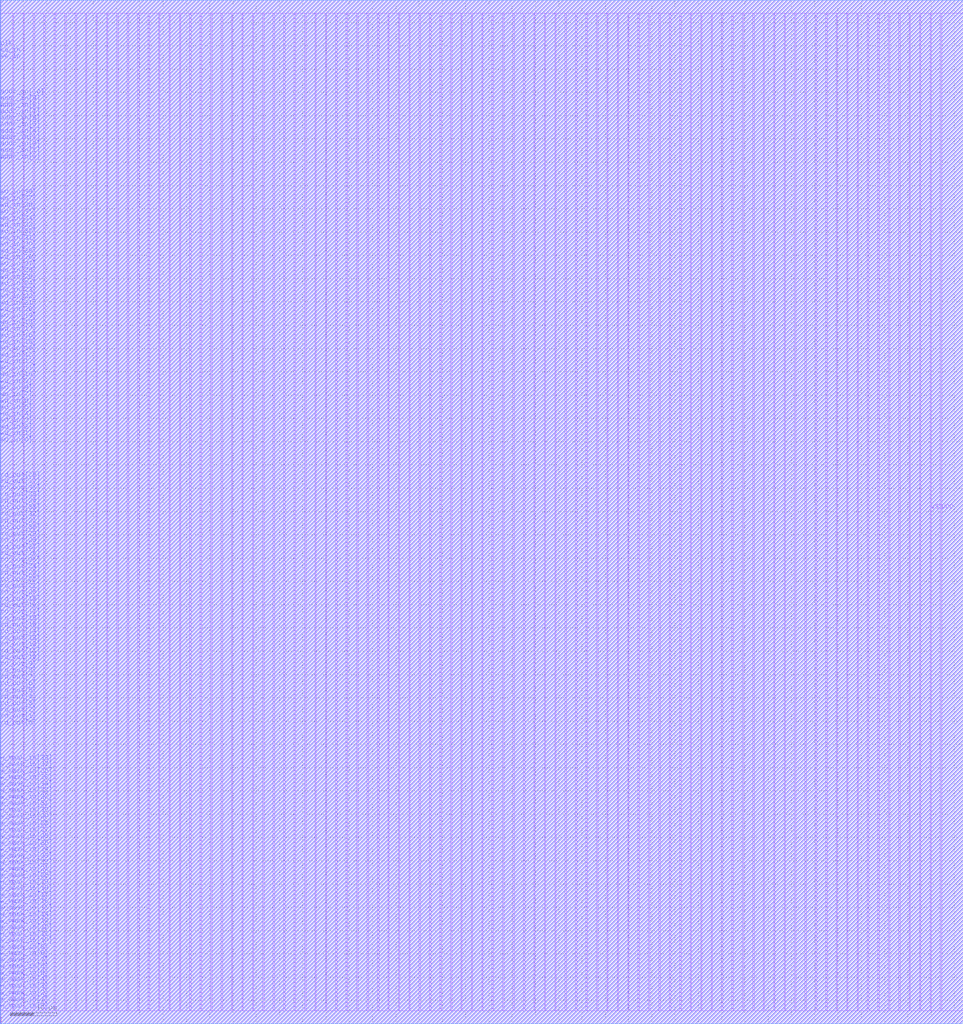
<source format=lef>
VERSION 5.7 ;
BUSBITCHARS "[]" ;
MACRO fakeram45_2048x39_upper
  FOREIGN fakeram45_2048x39_upper 0 0 ;
  SYMMETRY X Y R90 ;
  SIZE 0.19 BY 1.4 ;
  CLASS BLOCK ;
  PIN w_mask_in[0]
    DIRECTION INPUT ;
    USE SIGNAL ;
    SHAPE ABUTMENT ;
    PORT
      LAYER metal18 ;
      RECT 0.000 2.800 0.070 2.870 ;
    END
  END w_mask_in[0]
  PIN w_mask_in[1]
    DIRECTION INPUT ;
    USE SIGNAL ;
    SHAPE ABUTMENT ;
    PORT
      LAYER metal18 ;
      RECT 0.000 4.200 0.070 4.270 ;
    END
  END w_mask_in[1]
  PIN w_mask_in[2]
    DIRECTION INPUT ;
    USE SIGNAL ;
    SHAPE ABUTMENT ;
    PORT
      LAYER metal18 ;
      RECT 0.000 5.600 0.070 5.670 ;
    END
  END w_mask_in[2]
  PIN w_mask_in[3]
    DIRECTION INPUT ;
    USE SIGNAL ;
    SHAPE ABUTMENT ;
    PORT
      LAYER metal18 ;
      RECT 0.000 7.000 0.070 7.070 ;
    END
  END w_mask_in[3]
  PIN w_mask_in[4]
    DIRECTION INPUT ;
    USE SIGNAL ;
    SHAPE ABUTMENT ;
    PORT
      LAYER metal18 ;
      RECT 0.000 8.400 0.070 8.470 ;
    END
  END w_mask_in[4]
  PIN w_mask_in[5]
    DIRECTION INPUT ;
    USE SIGNAL ;
    SHAPE ABUTMENT ;
    PORT
      LAYER metal18 ;
      RECT 0.000 9.800 0.070 9.870 ;
    END
  END w_mask_in[5]
  PIN w_mask_in[6]
    DIRECTION INPUT ;
    USE SIGNAL ;
    SHAPE ABUTMENT ;
    PORT
      LAYER metal18 ;
      RECT 0.000 11.200 0.070 11.270 ;
    END
  END w_mask_in[6]
  PIN w_mask_in[7]
    DIRECTION INPUT ;
    USE SIGNAL ;
    SHAPE ABUTMENT ;
    PORT
      LAYER metal18 ;
      RECT 0.000 12.600 0.070 12.670 ;
    END
  END w_mask_in[7]
  PIN w_mask_in[8]
    DIRECTION INPUT ;
    USE SIGNAL ;
    SHAPE ABUTMENT ;
    PORT
      LAYER metal18 ;
      RECT 0.000 14.000 0.070 14.070 ;
    END
  END w_mask_in[8]
  PIN w_mask_in[9]
    DIRECTION INPUT ;
    USE SIGNAL ;
    SHAPE ABUTMENT ;
    PORT
      LAYER metal18 ;
      RECT 0.000 15.400 0.070 15.470 ;
    END
  END w_mask_in[9]
  PIN w_mask_in[10]
    DIRECTION INPUT ;
    USE SIGNAL ;
    SHAPE ABUTMENT ;
    PORT
      LAYER metal18 ;
      RECT 0.000 16.800 0.070 16.870 ;
    END
  END w_mask_in[10]
  PIN w_mask_in[11]
    DIRECTION INPUT ;
    USE SIGNAL ;
    SHAPE ABUTMENT ;
    PORT
      LAYER metal18 ;
      RECT 0.000 18.200 0.070 18.270 ;
    END
  END w_mask_in[11]
  PIN w_mask_in[12]
    DIRECTION INPUT ;
    USE SIGNAL ;
    SHAPE ABUTMENT ;
    PORT
      LAYER metal18 ;
      RECT 0.000 19.600 0.070 19.670 ;
    END
  END w_mask_in[12]
  PIN w_mask_in[13]
    DIRECTION INPUT ;
    USE SIGNAL ;
    SHAPE ABUTMENT ;
    PORT
      LAYER metal18 ;
      RECT 0.000 21.000 0.070 21.070 ;
    END
  END w_mask_in[13]
  PIN w_mask_in[14]
    DIRECTION INPUT ;
    USE SIGNAL ;
    SHAPE ABUTMENT ;
    PORT
      LAYER metal18 ;
      RECT 0.000 22.400 0.070 22.470 ;
    END
  END w_mask_in[14]
  PIN w_mask_in[15]
    DIRECTION INPUT ;
    USE SIGNAL ;
    SHAPE ABUTMENT ;
    PORT
      LAYER metal18 ;
      RECT 0.000 23.800 0.070 23.870 ;
    END
  END w_mask_in[15]
  PIN w_mask_in[16]
    DIRECTION INPUT ;
    USE SIGNAL ;
    SHAPE ABUTMENT ;
    PORT
      LAYER metal18 ;
      RECT 0.000 25.200 0.070 25.270 ;
    END
  END w_mask_in[16]
  PIN w_mask_in[17]
    DIRECTION INPUT ;
    USE SIGNAL ;
    SHAPE ABUTMENT ;
    PORT
      LAYER metal18 ;
      RECT 0.000 26.600 0.070 26.670 ;
    END
  END w_mask_in[17]
  PIN w_mask_in[18]
    DIRECTION INPUT ;
    USE SIGNAL ;
    SHAPE ABUTMENT ;
    PORT
      LAYER metal18 ;
      RECT 0.000 28.000 0.070 28.070 ;
    END
  END w_mask_in[18]
  PIN w_mask_in[19]
    DIRECTION INPUT ;
    USE SIGNAL ;
    SHAPE ABUTMENT ;
    PORT
      LAYER metal18 ;
      RECT 0.000 29.400 0.070 29.470 ;
    END
  END w_mask_in[19]
  PIN w_mask_in[20]
    DIRECTION INPUT ;
    USE SIGNAL ;
    SHAPE ABUTMENT ;
    PORT
      LAYER metal18 ;
      RECT 0.000 30.800 0.070 30.870 ;
    END
  END w_mask_in[20]
  PIN w_mask_in[21]
    DIRECTION INPUT ;
    USE SIGNAL ;
    SHAPE ABUTMENT ;
    PORT
      LAYER metal18 ;
      RECT 0.000 32.200 0.070 32.270 ;
    END
  END w_mask_in[21]
  PIN w_mask_in[22]
    DIRECTION INPUT ;
    USE SIGNAL ;
    SHAPE ABUTMENT ;
    PORT
      LAYER metal18 ;
      RECT 0.000 33.600 0.070 33.670 ;
    END
  END w_mask_in[22]
  PIN w_mask_in[23]
    DIRECTION INPUT ;
    USE SIGNAL ;
    SHAPE ABUTMENT ;
    PORT
      LAYER metal18 ;
      RECT 0.000 35.000 0.070 35.070 ;
    END
  END w_mask_in[23]
  PIN w_mask_in[24]
    DIRECTION INPUT ;
    USE SIGNAL ;
    SHAPE ABUTMENT ;
    PORT
      LAYER metal18 ;
      RECT 0.000 36.400 0.070 36.470 ;
    END
  END w_mask_in[24]
  PIN w_mask_in[25]
    DIRECTION INPUT ;
    USE SIGNAL ;
    SHAPE ABUTMENT ;
    PORT
      LAYER metal18 ;
      RECT 0.000 37.800 0.070 37.870 ;
    END
  END w_mask_in[25]
  PIN w_mask_in[26]
    DIRECTION INPUT ;
    USE SIGNAL ;
    SHAPE ABUTMENT ;
    PORT
      LAYER metal18 ;
      RECT 0.000 39.200 0.070 39.270 ;
    END
  END w_mask_in[26]
  PIN w_mask_in[27]
    DIRECTION INPUT ;
    USE SIGNAL ;
    SHAPE ABUTMENT ;
    PORT
      LAYER metal18 ;
      RECT 0.000 40.600 0.070 40.670 ;
    END
  END w_mask_in[27]
  PIN w_mask_in[28]
    DIRECTION INPUT ;
    USE SIGNAL ;
    SHAPE ABUTMENT ;
    PORT
      LAYER metal18 ;
      RECT 0.000 42.000 0.070 42.070 ;
    END
  END w_mask_in[28]
  PIN w_mask_in[29]
    DIRECTION INPUT ;
    USE SIGNAL ;
    SHAPE ABUTMENT ;
    PORT
      LAYER metal18 ;
      RECT 0.000 43.400 0.070 43.470 ;
    END
  END w_mask_in[29]
  PIN w_mask_in[30]
    DIRECTION INPUT ;
    USE SIGNAL ;
    SHAPE ABUTMENT ;
    PORT
      LAYER metal18 ;
      RECT 0.000 44.800 0.070 44.870 ;
    END
  END w_mask_in[30]
  PIN w_mask_in[31]
    DIRECTION INPUT ;
    USE SIGNAL ;
    SHAPE ABUTMENT ;
    PORT
      LAYER metal18 ;
      RECT 0.000 46.200 0.070 46.270 ;
    END
  END w_mask_in[31]
  PIN w_mask_in[32]
    DIRECTION INPUT ;
    USE SIGNAL ;
    SHAPE ABUTMENT ;
    PORT
      LAYER metal18 ;
      RECT 0.000 47.600 0.070 47.670 ;
    END
  END w_mask_in[32]
  PIN w_mask_in[33]
    DIRECTION INPUT ;
    USE SIGNAL ;
    SHAPE ABUTMENT ;
    PORT
      LAYER metal18 ;
      RECT 0.000 49.000 0.070 49.070 ;
    END
  END w_mask_in[33]
  PIN w_mask_in[34]
    DIRECTION INPUT ;
    USE SIGNAL ;
    SHAPE ABUTMENT ;
    PORT
      LAYER metal18 ;
      RECT 0.000 50.400 0.070 50.470 ;
    END
  END w_mask_in[34]
  PIN w_mask_in[35]
    DIRECTION INPUT ;
    USE SIGNAL ;
    SHAPE ABUTMENT ;
    PORT
      LAYER metal18 ;
      RECT 0.000 51.800 0.070 51.870 ;
    END
  END w_mask_in[35]
  PIN w_mask_in[36]
    DIRECTION INPUT ;
    USE SIGNAL ;
    SHAPE ABUTMENT ;
    PORT
      LAYER metal18 ;
      RECT 0.000 53.200 0.070 53.270 ;
    END
  END w_mask_in[36]
  PIN w_mask_in[37]
    DIRECTION INPUT ;
    USE SIGNAL ;
    SHAPE ABUTMENT ;
    PORT
      LAYER metal18 ;
      RECT 0.000 54.600 0.070 54.670 ;
    END
  END w_mask_in[37]
  PIN w_mask_in[38]
    DIRECTION INPUT ;
    USE SIGNAL ;
    SHAPE ABUTMENT ;
    PORT
      LAYER metal18 ;
      RECT 0.000 56.000 0.070 56.070 ;
    END
  END w_mask_in[38]
  PIN rd_out[0]
    DIRECTION OUTPUT ;
    USE SIGNAL ;
    SHAPE ABUTMENT ;
    PORT
      LAYER metal18 ;
      RECT 0.000 63.560 0.070 63.630 ;
    END
  END rd_out[0]
  PIN rd_out[1]
    DIRECTION OUTPUT ;
    USE SIGNAL ;
    SHAPE ABUTMENT ;
    PORT
      LAYER metal18 ;
      RECT 0.000 64.960 0.070 65.030 ;
    END
  END rd_out[1]
  PIN rd_out[2]
    DIRECTION OUTPUT ;
    USE SIGNAL ;
    SHAPE ABUTMENT ;
    PORT
      LAYER metal18 ;
      RECT 0.000 66.360 0.070 66.430 ;
    END
  END rd_out[2]
  PIN rd_out[3]
    DIRECTION OUTPUT ;
    USE SIGNAL ;
    SHAPE ABUTMENT ;
    PORT
      LAYER metal18 ;
      RECT 0.000 67.760 0.070 67.830 ;
    END
  END rd_out[3]
  PIN rd_out[4]
    DIRECTION OUTPUT ;
    USE SIGNAL ;
    SHAPE ABUTMENT ;
    PORT
      LAYER metal18 ;
      RECT 0.000 69.160 0.070 69.230 ;
    END
  END rd_out[4]
  PIN rd_out[5]
    DIRECTION OUTPUT ;
    USE SIGNAL ;
    SHAPE ABUTMENT ;
    PORT
      LAYER metal18 ;
      RECT 0.000 70.560 0.070 70.630 ;
    END
  END rd_out[5]
  PIN rd_out[6]
    DIRECTION OUTPUT ;
    USE SIGNAL ;
    SHAPE ABUTMENT ;
    PORT
      LAYER metal18 ;
      RECT 0.000 71.960 0.070 72.030 ;
    END
  END rd_out[6]
  PIN rd_out[7]
    DIRECTION OUTPUT ;
    USE SIGNAL ;
    SHAPE ABUTMENT ;
    PORT
      LAYER metal18 ;
      RECT 0.000 73.360 0.070 73.430 ;
    END
  END rd_out[7]
  PIN rd_out[8]
    DIRECTION OUTPUT ;
    USE SIGNAL ;
    SHAPE ABUTMENT ;
    PORT
      LAYER metal18 ;
      RECT 0.000 74.760 0.070 74.830 ;
    END
  END rd_out[8]
  PIN rd_out[9]
    DIRECTION OUTPUT ;
    USE SIGNAL ;
    SHAPE ABUTMENT ;
    PORT
      LAYER metal18 ;
      RECT 0.000 76.160 0.070 76.230 ;
    END
  END rd_out[9]
  PIN rd_out[10]
    DIRECTION OUTPUT ;
    USE SIGNAL ;
    SHAPE ABUTMENT ;
    PORT
      LAYER metal18 ;
      RECT 0.000 77.560 0.070 77.630 ;
    END
  END rd_out[10]
  PIN rd_out[11]
    DIRECTION OUTPUT ;
    USE SIGNAL ;
    SHAPE ABUTMENT ;
    PORT
      LAYER metal18 ;
      RECT 0.000 78.960 0.070 79.030 ;
    END
  END rd_out[11]
  PIN rd_out[12]
    DIRECTION OUTPUT ;
    USE SIGNAL ;
    SHAPE ABUTMENT ;
    PORT
      LAYER metal18 ;
      RECT 0.000 80.360 0.070 80.430 ;
    END
  END rd_out[12]
  PIN rd_out[13]
    DIRECTION OUTPUT ;
    USE SIGNAL ;
    SHAPE ABUTMENT ;
    PORT
      LAYER metal18 ;
      RECT 0.000 81.760 0.070 81.830 ;
    END
  END rd_out[13]
  PIN rd_out[14]
    DIRECTION OUTPUT ;
    USE SIGNAL ;
    SHAPE ABUTMENT ;
    PORT
      LAYER metal18 ;
      RECT 0.000 83.160 0.070 83.230 ;
    END
  END rd_out[14]
  PIN rd_out[15]
    DIRECTION OUTPUT ;
    USE SIGNAL ;
    SHAPE ABUTMENT ;
    PORT
      LAYER metal18 ;
      RECT 0.000 84.560 0.070 84.630 ;
    END
  END rd_out[15]
  PIN rd_out[16]
    DIRECTION OUTPUT ;
    USE SIGNAL ;
    SHAPE ABUTMENT ;
    PORT
      LAYER metal18 ;
      RECT 0.000 85.960 0.070 86.030 ;
    END
  END rd_out[16]
  PIN rd_out[17]
    DIRECTION OUTPUT ;
    USE SIGNAL ;
    SHAPE ABUTMENT ;
    PORT
      LAYER metal18 ;
      RECT 0.000 87.360 0.070 87.430 ;
    END
  END rd_out[17]
  PIN rd_out[18]
    DIRECTION OUTPUT ;
    USE SIGNAL ;
    SHAPE ABUTMENT ;
    PORT
      LAYER metal18 ;
      RECT 0.000 88.760 0.070 88.830 ;
    END
  END rd_out[18]
  PIN rd_out[19]
    DIRECTION OUTPUT ;
    USE SIGNAL ;
    SHAPE ABUTMENT ;
    PORT
      LAYER metal18 ;
      RECT 0.000 90.160 0.070 90.230 ;
    END
  END rd_out[19]
  PIN rd_out[20]
    DIRECTION OUTPUT ;
    USE SIGNAL ;
    SHAPE ABUTMENT ;
    PORT
      LAYER metal18 ;
      RECT 0.000 91.560 0.070 91.630 ;
    END
  END rd_out[20]
  PIN rd_out[21]
    DIRECTION OUTPUT ;
    USE SIGNAL ;
    SHAPE ABUTMENT ;
    PORT
      LAYER metal18 ;
      RECT 0.000 92.960 0.070 93.030 ;
    END
  END rd_out[21]
  PIN rd_out[22]
    DIRECTION OUTPUT ;
    USE SIGNAL ;
    SHAPE ABUTMENT ;
    PORT
      LAYER metal18 ;
      RECT 0.000 94.360 0.070 94.430 ;
    END
  END rd_out[22]
  PIN rd_out[23]
    DIRECTION OUTPUT ;
    USE SIGNAL ;
    SHAPE ABUTMENT ;
    PORT
      LAYER metal18 ;
      RECT 0.000 95.760 0.070 95.830 ;
    END
  END rd_out[23]
  PIN rd_out[24]
    DIRECTION OUTPUT ;
    USE SIGNAL ;
    SHAPE ABUTMENT ;
    PORT
      LAYER metal18 ;
      RECT 0.000 97.160 0.070 97.230 ;
    END
  END rd_out[24]
  PIN rd_out[25]
    DIRECTION OUTPUT ;
    USE SIGNAL ;
    SHAPE ABUTMENT ;
    PORT
      LAYER metal18 ;
      RECT 0.000 98.560 0.070 98.630 ;
    END
  END rd_out[25]
  PIN rd_out[26]
    DIRECTION OUTPUT ;
    USE SIGNAL ;
    SHAPE ABUTMENT ;
    PORT
      LAYER metal18 ;
      RECT 0.000 99.960 0.070 100.030 ;
    END
  END rd_out[26]
  PIN rd_out[27]
    DIRECTION OUTPUT ;
    USE SIGNAL ;
    SHAPE ABUTMENT ;
    PORT
      LAYER metal18 ;
      RECT 0.000 101.360 0.070 101.430 ;
    END
  END rd_out[27]
  PIN rd_out[28]
    DIRECTION OUTPUT ;
    USE SIGNAL ;
    SHAPE ABUTMENT ;
    PORT
      LAYER metal18 ;
      RECT 0.000 102.760 0.070 102.830 ;
    END
  END rd_out[28]
  PIN rd_out[29]
    DIRECTION OUTPUT ;
    USE SIGNAL ;
    SHAPE ABUTMENT ;
    PORT
      LAYER metal18 ;
      RECT 0.000 104.160 0.070 104.230 ;
    END
  END rd_out[29]
  PIN rd_out[30]
    DIRECTION OUTPUT ;
    USE SIGNAL ;
    SHAPE ABUTMENT ;
    PORT
      LAYER metal18 ;
      RECT 0.000 105.560 0.070 105.630 ;
    END
  END rd_out[30]
  PIN rd_out[31]
    DIRECTION OUTPUT ;
    USE SIGNAL ;
    SHAPE ABUTMENT ;
    PORT
      LAYER metal18 ;
      RECT 0.000 106.960 0.070 107.030 ;
    END
  END rd_out[31]
  PIN rd_out[32]
    DIRECTION OUTPUT ;
    USE SIGNAL ;
    SHAPE ABUTMENT ;
    PORT
      LAYER metal18 ;
      RECT 0.000 108.360 0.070 108.430 ;
    END
  END rd_out[32]
  PIN rd_out[33]
    DIRECTION OUTPUT ;
    USE SIGNAL ;
    SHAPE ABUTMENT ;
    PORT
      LAYER metal18 ;
      RECT 0.000 109.760 0.070 109.830 ;
    END
  END rd_out[33]
  PIN rd_out[34]
    DIRECTION OUTPUT ;
    USE SIGNAL ;
    SHAPE ABUTMENT ;
    PORT
      LAYER metal18 ;
      RECT 0.000 111.160 0.070 111.230 ;
    END
  END rd_out[34]
  PIN rd_out[35]
    DIRECTION OUTPUT ;
    USE SIGNAL ;
    SHAPE ABUTMENT ;
    PORT
      LAYER metal18 ;
      RECT 0.000 112.560 0.070 112.630 ;
    END
  END rd_out[35]
  PIN rd_out[36]
    DIRECTION OUTPUT ;
    USE SIGNAL ;
    SHAPE ABUTMENT ;
    PORT
      LAYER metal18 ;
      RECT 0.000 113.960 0.070 114.030 ;
    END
  END rd_out[36]
  PIN rd_out[37]
    DIRECTION OUTPUT ;
    USE SIGNAL ;
    SHAPE ABUTMENT ;
    PORT
      LAYER metal18 ;
      RECT 0.000 115.360 0.070 115.430 ;
    END
  END rd_out[37]
  PIN rd_out[38]
    DIRECTION OUTPUT ;
    USE SIGNAL ;
    SHAPE ABUTMENT ;
    PORT
      LAYER metal18 ;
      RECT 0.000 116.760 0.070 116.830 ;
    END
  END rd_out[38]
  PIN wd_in[0]
    DIRECTION INPUT ;
    USE SIGNAL ;
    SHAPE ABUTMENT ;
    PORT
      LAYER metal18 ;
      RECT 0.000 124.320 0.070 124.390 ;
    END
  END wd_in[0]
  PIN wd_in[1]
    DIRECTION INPUT ;
    USE SIGNAL ;
    SHAPE ABUTMENT ;
    PORT
      LAYER metal18 ;
      RECT 0.000 125.720 0.070 125.790 ;
    END
  END wd_in[1]
  PIN wd_in[2]
    DIRECTION INPUT ;
    USE SIGNAL ;
    SHAPE ABUTMENT ;
    PORT
      LAYER metal18 ;
      RECT 0.000 127.120 0.070 127.190 ;
    END
  END wd_in[2]
  PIN wd_in[3]
    DIRECTION INPUT ;
    USE SIGNAL ;
    SHAPE ABUTMENT ;
    PORT
      LAYER metal18 ;
      RECT 0.000 128.520 0.070 128.590 ;
    END
  END wd_in[3]
  PIN wd_in[4]
    DIRECTION INPUT ;
    USE SIGNAL ;
    SHAPE ABUTMENT ;
    PORT
      LAYER metal18 ;
      RECT 0.000 129.920 0.070 129.990 ;
    END
  END wd_in[4]
  PIN wd_in[5]
    DIRECTION INPUT ;
    USE SIGNAL ;
    SHAPE ABUTMENT ;
    PORT
      LAYER metal18 ;
      RECT 0.000 131.320 0.070 131.390 ;
    END
  END wd_in[5]
  PIN wd_in[6]
    DIRECTION INPUT ;
    USE SIGNAL ;
    SHAPE ABUTMENT ;
    PORT
      LAYER metal18 ;
      RECT 0.000 132.720 0.070 132.790 ;
    END
  END wd_in[6]
  PIN wd_in[7]
    DIRECTION INPUT ;
    USE SIGNAL ;
    SHAPE ABUTMENT ;
    PORT
      LAYER metal18 ;
      RECT 0.000 134.120 0.070 134.190 ;
    END
  END wd_in[7]
  PIN wd_in[8]
    DIRECTION INPUT ;
    USE SIGNAL ;
    SHAPE ABUTMENT ;
    PORT
      LAYER metal18 ;
      RECT 0.000 135.520 0.070 135.590 ;
    END
  END wd_in[8]
  PIN wd_in[9]
    DIRECTION INPUT ;
    USE SIGNAL ;
    SHAPE ABUTMENT ;
    PORT
      LAYER metal18 ;
      RECT 0.000 136.920 0.070 136.990 ;
    END
  END wd_in[9]
  PIN wd_in[10]
    DIRECTION INPUT ;
    USE SIGNAL ;
    SHAPE ABUTMENT ;
    PORT
      LAYER metal18 ;
      RECT 0.000 138.320 0.070 138.390 ;
    END
  END wd_in[10]
  PIN wd_in[11]
    DIRECTION INPUT ;
    USE SIGNAL ;
    SHAPE ABUTMENT ;
    PORT
      LAYER metal18 ;
      RECT 0.000 139.720 0.070 139.790 ;
    END
  END wd_in[11]
  PIN wd_in[12]
    DIRECTION INPUT ;
    USE SIGNAL ;
    SHAPE ABUTMENT ;
    PORT
      LAYER metal18 ;
      RECT 0.000 141.120 0.070 141.190 ;
    END
  END wd_in[12]
  PIN wd_in[13]
    DIRECTION INPUT ;
    USE SIGNAL ;
    SHAPE ABUTMENT ;
    PORT
      LAYER metal18 ;
      RECT 0.000 142.520 0.070 142.590 ;
    END
  END wd_in[13]
  PIN wd_in[14]
    DIRECTION INPUT ;
    USE SIGNAL ;
    SHAPE ABUTMENT ;
    PORT
      LAYER metal18 ;
      RECT 0.000 143.920 0.070 143.990 ;
    END
  END wd_in[14]
  PIN wd_in[15]
    DIRECTION INPUT ;
    USE SIGNAL ;
    SHAPE ABUTMENT ;
    PORT
      LAYER metal18 ;
      RECT 0.000 145.320 0.070 145.390 ;
    END
  END wd_in[15]
  PIN wd_in[16]
    DIRECTION INPUT ;
    USE SIGNAL ;
    SHAPE ABUTMENT ;
    PORT
      LAYER metal18 ;
      RECT 0.000 146.720 0.070 146.790 ;
    END
  END wd_in[16]
  PIN wd_in[17]
    DIRECTION INPUT ;
    USE SIGNAL ;
    SHAPE ABUTMENT ;
    PORT
      LAYER metal18 ;
      RECT 0.000 148.120 0.070 148.190 ;
    END
  END wd_in[17]
  PIN wd_in[18]
    DIRECTION INPUT ;
    USE SIGNAL ;
    SHAPE ABUTMENT ;
    PORT
      LAYER metal18 ;
      RECT 0.000 149.520 0.070 149.590 ;
    END
  END wd_in[18]
  PIN wd_in[19]
    DIRECTION INPUT ;
    USE SIGNAL ;
    SHAPE ABUTMENT ;
    PORT
      LAYER metal18 ;
      RECT 0.000 150.920 0.070 150.990 ;
    END
  END wd_in[19]
  PIN wd_in[20]
    DIRECTION INPUT ;
    USE SIGNAL ;
    SHAPE ABUTMENT ;
    PORT
      LAYER metal18 ;
      RECT 0.000 152.320 0.070 152.390 ;
    END
  END wd_in[20]
  PIN wd_in[21]
    DIRECTION INPUT ;
    USE SIGNAL ;
    SHAPE ABUTMENT ;
    PORT
      LAYER metal18 ;
      RECT 0.000 153.720 0.070 153.790 ;
    END
  END wd_in[21]
  PIN wd_in[22]
    DIRECTION INPUT ;
    USE SIGNAL ;
    SHAPE ABUTMENT ;
    PORT
      LAYER metal18 ;
      RECT 0.000 155.120 0.070 155.190 ;
    END
  END wd_in[22]
  PIN wd_in[23]
    DIRECTION INPUT ;
    USE SIGNAL ;
    SHAPE ABUTMENT ;
    PORT
      LAYER metal18 ;
      RECT 0.000 156.520 0.070 156.590 ;
    END
  END wd_in[23]
  PIN wd_in[24]
    DIRECTION INPUT ;
    USE SIGNAL ;
    SHAPE ABUTMENT ;
    PORT
      LAYER metal18 ;
      RECT 0.000 157.920 0.070 157.990 ;
    END
  END wd_in[24]
  PIN wd_in[25]
    DIRECTION INPUT ;
    USE SIGNAL ;
    SHAPE ABUTMENT ;
    PORT
      LAYER metal18 ;
      RECT 0.000 159.320 0.070 159.390 ;
    END
  END wd_in[25]
  PIN wd_in[26]
    DIRECTION INPUT ;
    USE SIGNAL ;
    SHAPE ABUTMENT ;
    PORT
      LAYER metal18 ;
      RECT 0.000 160.720 0.070 160.790 ;
    END
  END wd_in[26]
  PIN wd_in[27]
    DIRECTION INPUT ;
    USE SIGNAL ;
    SHAPE ABUTMENT ;
    PORT
      LAYER metal18 ;
      RECT 0.000 162.120 0.070 162.190 ;
    END
  END wd_in[27]
  PIN wd_in[28]
    DIRECTION INPUT ;
    USE SIGNAL ;
    SHAPE ABUTMENT ;
    PORT
      LAYER metal18 ;
      RECT 0.000 163.520 0.070 163.590 ;
    END
  END wd_in[28]
  PIN wd_in[29]
    DIRECTION INPUT ;
    USE SIGNAL ;
    SHAPE ABUTMENT ;
    PORT
      LAYER metal18 ;
      RECT 0.000 164.920 0.070 164.990 ;
    END
  END wd_in[29]
  PIN wd_in[30]
    DIRECTION INPUT ;
    USE SIGNAL ;
    SHAPE ABUTMENT ;
    PORT
      LAYER metal18 ;
      RECT 0.000 166.320 0.070 166.390 ;
    END
  END wd_in[30]
  PIN wd_in[31]
    DIRECTION INPUT ;
    USE SIGNAL ;
    SHAPE ABUTMENT ;
    PORT
      LAYER metal18 ;
      RECT 0.000 167.720 0.070 167.790 ;
    END
  END wd_in[31]
  PIN wd_in[32]
    DIRECTION INPUT ;
    USE SIGNAL ;
    SHAPE ABUTMENT ;
    PORT
      LAYER metal18 ;
      RECT 0.000 169.120 0.070 169.190 ;
    END
  END wd_in[32]
  PIN wd_in[33]
    DIRECTION INPUT ;
    USE SIGNAL ;
    SHAPE ABUTMENT ;
    PORT
      LAYER metal18 ;
      RECT 0.000 170.520 0.070 170.590 ;
    END
  END wd_in[33]
  PIN wd_in[34]
    DIRECTION INPUT ;
    USE SIGNAL ;
    SHAPE ABUTMENT ;
    PORT
      LAYER metal18 ;
      RECT 0.000 171.920 0.070 171.990 ;
    END
  END wd_in[34]
  PIN wd_in[35]
    DIRECTION INPUT ;
    USE SIGNAL ;
    SHAPE ABUTMENT ;
    PORT
      LAYER metal18 ;
      RECT 0.000 173.320 0.070 173.390 ;
    END
  END wd_in[35]
  PIN wd_in[36]
    DIRECTION INPUT ;
    USE SIGNAL ;
    SHAPE ABUTMENT ;
    PORT
      LAYER metal18 ;
      RECT 0.000 174.720 0.070 174.790 ;
    END
  END wd_in[36]
  PIN wd_in[37]
    DIRECTION INPUT ;
    USE SIGNAL ;
    SHAPE ABUTMENT ;
    PORT
      LAYER metal18 ;
      RECT 0.000 176.120 0.070 176.190 ;
    END
  END wd_in[37]
  PIN wd_in[38]
    DIRECTION INPUT ;
    USE SIGNAL ;
    SHAPE ABUTMENT ;
    PORT
      LAYER metal18 ;
      RECT 0.000 177.520 0.070 177.590 ;
    END
  END wd_in[38]
  PIN addr_in[0]
    DIRECTION INPUT ;
    USE SIGNAL ;
    SHAPE ABUTMENT ;
    PORT
      LAYER metal18 ;
      RECT 0.000 185.080 0.070 185.150 ;
    END
  END addr_in[0]
  PIN addr_in[1]
    DIRECTION INPUT ;
    USE SIGNAL ;
    SHAPE ABUTMENT ;
    PORT
      LAYER metal18 ;
      RECT 0.000 186.480 0.070 186.550 ;
    END
  END addr_in[1]
  PIN addr_in[2]
    DIRECTION INPUT ;
    USE SIGNAL ;
    SHAPE ABUTMENT ;
    PORT
      LAYER metal18 ;
      RECT 0.000 187.880 0.070 187.950 ;
    END
  END addr_in[2]
  PIN addr_in[3]
    DIRECTION INPUT ;
    USE SIGNAL ;
    SHAPE ABUTMENT ;
    PORT
      LAYER metal18 ;
      RECT 0.000 189.280 0.070 189.350 ;
    END
  END addr_in[3]
  PIN addr_in[4]
    DIRECTION INPUT ;
    USE SIGNAL ;
    SHAPE ABUTMENT ;
    PORT
      LAYER metal18 ;
      RECT 0.000 190.680 0.070 190.750 ;
    END
  END addr_in[4]
  PIN addr_in[5]
    DIRECTION INPUT ;
    USE SIGNAL ;
    SHAPE ABUTMENT ;
    PORT
      LAYER metal18 ;
      RECT 0.000 192.080 0.070 192.150 ;
    END
  END addr_in[5]
  PIN addr_in[6]
    DIRECTION INPUT ;
    USE SIGNAL ;
    SHAPE ABUTMENT ;
    PORT
      LAYER metal18 ;
      RECT 0.000 193.480 0.070 193.550 ;
    END
  END addr_in[6]
  PIN addr_in[7]
    DIRECTION INPUT ;
    USE SIGNAL ;
    SHAPE ABUTMENT ;
    PORT
      LAYER metal18 ;
      RECT 0.000 194.880 0.070 194.950 ;
    END
  END addr_in[7]
  PIN addr_in[8]
    DIRECTION INPUT ;
    USE SIGNAL ;
    SHAPE ABUTMENT ;
    PORT
      LAYER metal18 ;
      RECT 0.000 196.280 0.070 196.350 ;
    END
  END addr_in[8]
  PIN addr_in[9]
    DIRECTION INPUT ;
    USE SIGNAL ;
    SHAPE ABUTMENT ;
    PORT
      LAYER metal18 ;
      RECT 0.000 197.680 0.070 197.750 ;
    END
  END addr_in[9]
  PIN addr_in[10]
    DIRECTION INPUT ;
    USE SIGNAL ;
    SHAPE ABUTMENT ;
    PORT
      LAYER metal18 ;
      RECT 0.000 199.080 0.070 199.150 ;
    END
  END addr_in[10]
  PIN we_in
    DIRECTION INPUT ;
    USE SIGNAL ;
    SHAPE ABUTMENT ;
    PORT
      LAYER metal18 ;
      RECT 0.000 206.640 0.070 206.710 ;
    END
  END we_in
  PIN ce_in
    DIRECTION INPUT ;
    USE SIGNAL ;
    SHAPE ABUTMENT ;
    PORT
      LAYER metal18 ;
      RECT 0.000 208.040 0.070 208.110 ;
    END
  END ce_in
  PIN clk
    DIRECTION INPUT ;
    USE SIGNAL ;
    SHAPE ABUTMENT ;
    PORT
      LAYER metal18 ;
      RECT 0.000 209.440 0.070 209.510 ;
    END
  END clk
  PIN VSS
    DIRECTION INOUT ;
    USE GROUND ;
    PORT
      LAYER metal17 ;
      RECT 2.660 2.800 2.940 217.000 ;
      RECT 7.140 2.800 7.420 217.000 ;
      RECT 11.620 2.800 11.900 217.000 ;
      RECT 16.100 2.800 16.380 217.000 ;
      RECT 20.580 2.800 20.860 217.000 ;
      RECT 25.060 2.800 25.340 217.000 ;
      RECT 29.540 2.800 29.820 217.000 ;
      RECT 34.020 2.800 34.300 217.000 ;
      RECT 38.500 2.800 38.780 217.000 ;
      RECT 42.980 2.800 43.260 217.000 ;
      RECT 47.460 2.800 47.740 217.000 ;
      RECT 51.940 2.800 52.220 217.000 ;
      RECT 56.420 2.800 56.700 217.000 ;
      RECT 60.900 2.800 61.180 217.000 ;
      RECT 65.380 2.800 65.660 217.000 ;
      RECT 69.860 2.800 70.140 217.000 ;
      RECT 74.340 2.800 74.620 217.000 ;
      RECT 78.820 2.800 79.100 217.000 ;
      RECT 83.300 2.800 83.580 217.000 ;
      RECT 87.780 2.800 88.060 217.000 ;
      RECT 92.260 2.800 92.540 217.000 ;
      RECT 96.740 2.800 97.020 217.000 ;
      RECT 101.220 2.800 101.500 217.000 ;
      RECT 105.700 2.800 105.980 217.000 ;
      RECT 110.180 2.800 110.460 217.000 ;
      RECT 114.660 2.800 114.940 217.000 ;
      RECT 119.140 2.800 119.420 217.000 ;
      RECT 123.620 2.800 123.900 217.000 ;
      RECT 128.100 2.800 128.380 217.000 ;
      RECT 132.580 2.800 132.860 217.000 ;
      RECT 137.060 2.800 137.340 217.000 ;
      RECT 141.540 2.800 141.820 217.000 ;
      RECT 146.020 2.800 146.300 217.000 ;
      RECT 150.500 2.800 150.780 217.000 ;
      RECT 154.980 2.800 155.260 217.000 ;
      RECT 159.460 2.800 159.740 217.000 ;
      RECT 163.940 2.800 164.220 217.000 ;
      RECT 168.420 2.800 168.700 217.000 ;
      RECT 172.900 2.800 173.180 217.000 ;
      RECT 177.380 2.800 177.660 217.000 ;
      RECT 181.860 2.800 182.140 217.000 ;
      RECT 186.340 2.800 186.620 217.000 ;
      RECT 190.820 2.800 191.100 217.000 ;
      RECT 195.300 2.800 195.580 217.000 ;
      RECT 199.780 2.800 200.060 217.000 ;
    END
  END VSS
  PIN VDD
    DIRECTION INOUT ;
    USE POWER ;
    PORT
      LAYER metal17 ;
      RECT 4.900 2.800 5.180 217.000 ;
      RECT 9.380 2.800 9.660 217.000 ;
      RECT 13.860 2.800 14.140 217.000 ;
      RECT 18.340 2.800 18.620 217.000 ;
      RECT 22.820 2.800 23.100 217.000 ;
      RECT 27.300 2.800 27.580 217.000 ;
      RECT 31.780 2.800 32.060 217.000 ;
      RECT 36.260 2.800 36.540 217.000 ;
      RECT 40.740 2.800 41.020 217.000 ;
      RECT 45.220 2.800 45.500 217.000 ;
      RECT 49.700 2.800 49.980 217.000 ;
      RECT 54.180 2.800 54.460 217.000 ;
      RECT 58.660 2.800 58.940 217.000 ;
      RECT 63.140 2.800 63.420 217.000 ;
      RECT 67.620 2.800 67.900 217.000 ;
      RECT 72.100 2.800 72.380 217.000 ;
      RECT 76.580 2.800 76.860 217.000 ;
      RECT 81.060 2.800 81.340 217.000 ;
      RECT 85.540 2.800 85.820 217.000 ;
      RECT 90.020 2.800 90.300 217.000 ;
      RECT 94.500 2.800 94.780 217.000 ;
      RECT 98.980 2.800 99.260 217.000 ;
      RECT 103.460 2.800 103.740 217.000 ;
      RECT 107.940 2.800 108.220 217.000 ;
      RECT 112.420 2.800 112.700 217.000 ;
      RECT 116.900 2.800 117.180 217.000 ;
      RECT 121.380 2.800 121.660 217.000 ;
      RECT 125.860 2.800 126.140 217.000 ;
      RECT 130.340 2.800 130.620 217.000 ;
      RECT 134.820 2.800 135.100 217.000 ;
      RECT 139.300 2.800 139.580 217.000 ;
      RECT 143.780 2.800 144.060 217.000 ;
      RECT 148.260 2.800 148.540 217.000 ;
      RECT 152.740 2.800 153.020 217.000 ;
      RECT 157.220 2.800 157.500 217.000 ;
      RECT 161.700 2.800 161.980 217.000 ;
      RECT 166.180 2.800 166.460 217.000 ;
      RECT 170.660 2.800 170.940 217.000 ;
      RECT 175.140 2.800 175.420 217.000 ;
      RECT 179.620 2.800 179.900 217.000 ;
      RECT 184.100 2.800 184.380 217.000 ;
      RECT 188.580 2.800 188.860 217.000 ;
      RECT 193.060 2.800 193.340 217.000 ;
      RECT 197.540 2.800 197.820 217.000 ;
      RECT 202.020 2.800 202.300 217.000 ;
    END
  END VDD
  OBS
    LAYER metal20 ;
    RECT 0 0 206.910 219.800 ;
    LAYER metal19 ;
    RECT 0 0 206.910 219.800 ;
    LAYER metal18 ;
    RECT 0.070 0 206.910 219.800 ;
    RECT 0 0.000 0.070 2.800 ;
    RECT 0 2.870 0.070 4.200 ;
    RECT 0 4.270 0.070 5.600 ;
    RECT 0 5.670 0.070 7.000 ;
    RECT 0 7.070 0.070 8.400 ;
    RECT 0 8.470 0.070 9.800 ;
    RECT 0 9.870 0.070 11.200 ;
    RECT 0 11.270 0.070 12.600 ;
    RECT 0 12.670 0.070 14.000 ;
    RECT 0 14.070 0.070 15.400 ;
    RECT 0 15.470 0.070 16.800 ;
    RECT 0 16.870 0.070 18.200 ;
    RECT 0 18.270 0.070 19.600 ;
    RECT 0 19.670 0.070 21.000 ;
    RECT 0 21.070 0.070 22.400 ;
    RECT 0 22.470 0.070 23.800 ;
    RECT 0 23.870 0.070 25.200 ;
    RECT 0 25.270 0.070 26.600 ;
    RECT 0 26.670 0.070 28.000 ;
    RECT 0 28.070 0.070 29.400 ;
    RECT 0 29.470 0.070 30.800 ;
    RECT 0 30.870 0.070 32.200 ;
    RECT 0 32.270 0.070 33.600 ;
    RECT 0 33.670 0.070 35.000 ;
    RECT 0 35.070 0.070 36.400 ;
    RECT 0 36.470 0.070 37.800 ;
    RECT 0 37.870 0.070 39.200 ;
    RECT 0 39.270 0.070 40.600 ;
    RECT 0 40.670 0.070 42.000 ;
    RECT 0 42.070 0.070 43.400 ;
    RECT 0 43.470 0.070 44.800 ;
    RECT 0 44.870 0.070 46.200 ;
    RECT 0 46.270 0.070 47.600 ;
    RECT 0 47.670 0.070 49.000 ;
    RECT 0 49.070 0.070 50.400 ;
    RECT 0 50.470 0.070 51.800 ;
    RECT 0 51.870 0.070 53.200 ;
    RECT 0 53.270 0.070 54.600 ;
    RECT 0 54.670 0.070 56.000 ;
    RECT 0 56.070 0.070 63.560 ;
    RECT 0 63.630 0.070 64.960 ;
    RECT 0 65.030 0.070 66.360 ;
    RECT 0 66.430 0.070 67.760 ;
    RECT 0 67.830 0.070 69.160 ;
    RECT 0 69.230 0.070 70.560 ;
    RECT 0 70.630 0.070 71.960 ;
    RECT 0 72.030 0.070 73.360 ;
    RECT 0 73.430 0.070 74.760 ;
    RECT 0 74.830 0.070 76.160 ;
    RECT 0 76.230 0.070 77.560 ;
    RECT 0 77.630 0.070 78.960 ;
    RECT 0 79.030 0.070 80.360 ;
    RECT 0 80.430 0.070 81.760 ;
    RECT 0 81.830 0.070 83.160 ;
    RECT 0 83.230 0.070 84.560 ;
    RECT 0 84.630 0.070 85.960 ;
    RECT 0 86.030 0.070 87.360 ;
    RECT 0 87.430 0.070 88.760 ;
    RECT 0 88.830 0.070 90.160 ;
    RECT 0 90.230 0.070 91.560 ;
    RECT 0 91.630 0.070 92.960 ;
    RECT 0 93.030 0.070 94.360 ;
    RECT 0 94.430 0.070 95.760 ;
    RECT 0 95.830 0.070 97.160 ;
    RECT 0 97.230 0.070 98.560 ;
    RECT 0 98.630 0.070 99.960 ;
    RECT 0 100.030 0.070 101.360 ;
    RECT 0 101.430 0.070 102.760 ;
    RECT 0 102.830 0.070 104.160 ;
    RECT 0 104.230 0.070 105.560 ;
    RECT 0 105.630 0.070 106.960 ;
    RECT 0 107.030 0.070 108.360 ;
    RECT 0 108.430 0.070 109.760 ;
    RECT 0 109.830 0.070 111.160 ;
    RECT 0 111.230 0.070 112.560 ;
    RECT 0 112.630 0.070 113.960 ;
    RECT 0 114.030 0.070 115.360 ;
    RECT 0 115.430 0.070 116.760 ;
    RECT 0 116.830 0.070 124.320 ;
    RECT 0 124.390 0.070 125.720 ;
    RECT 0 125.790 0.070 127.120 ;
    RECT 0 127.190 0.070 128.520 ;
    RECT 0 128.590 0.070 129.920 ;
    RECT 0 129.990 0.070 131.320 ;
    RECT 0 131.390 0.070 132.720 ;
    RECT 0 132.790 0.070 134.120 ;
    RECT 0 134.190 0.070 135.520 ;
    RECT 0 135.590 0.070 136.920 ;
    RECT 0 136.990 0.070 138.320 ;
    RECT 0 138.390 0.070 139.720 ;
    RECT 0 139.790 0.070 141.120 ;
    RECT 0 141.190 0.070 142.520 ;
    RECT 0 142.590 0.070 143.920 ;
    RECT 0 143.990 0.070 145.320 ;
    RECT 0 145.390 0.070 146.720 ;
    RECT 0 146.790 0.070 148.120 ;
    RECT 0 148.190 0.070 149.520 ;
    RECT 0 149.590 0.070 150.920 ;
    RECT 0 150.990 0.070 152.320 ;
    RECT 0 152.390 0.070 153.720 ;
    RECT 0 153.790 0.070 155.120 ;
    RECT 0 155.190 0.070 156.520 ;
    RECT 0 156.590 0.070 157.920 ;
    RECT 0 157.990 0.070 159.320 ;
    RECT 0 159.390 0.070 160.720 ;
    RECT 0 160.790 0.070 162.120 ;
    RECT 0 162.190 0.070 163.520 ;
    RECT 0 163.590 0.070 164.920 ;
    RECT 0 164.990 0.070 166.320 ;
    RECT 0 166.390 0.070 167.720 ;
    RECT 0 167.790 0.070 169.120 ;
    RECT 0 169.190 0.070 170.520 ;
    RECT 0 170.590 0.070 171.920 ;
    RECT 0 171.990 0.070 173.320 ;
    RECT 0 173.390 0.070 174.720 ;
    RECT 0 174.790 0.070 176.120 ;
    RECT 0 176.190 0.070 177.520 ;
    RECT 0 177.590 0.070 185.080 ;
    RECT 0 185.150 0.070 186.480 ;
    RECT 0 186.550 0.070 187.880 ;
    RECT 0 187.950 0.070 189.280 ;
    RECT 0 189.350 0.070 190.680 ;
    RECT 0 190.750 0.070 192.080 ;
    RECT 0 192.150 0.070 193.480 ;
    RECT 0 193.550 0.070 194.880 ;
    RECT 0 194.950 0.070 196.280 ;
    RECT 0 196.350 0.070 197.680 ;
    RECT 0 197.750 0.070 199.080 ;
    RECT 0 199.150 0.070 206.640 ;
    RECT 0 206.710 0.070 208.040 ;
    RECT 0 208.110 0.070 209.440 ;
    RECT 0 209.510 0.070 219.800 ;
    LAYER metal17 ;
    RECT 0 0 206.910 2.800 ;
    RECT 0 217.000 206.910 219.800 ;
    RECT 0.000 2.800 2.660 217.000 ;
    RECT 2.940 2.800 4.900 217.000 ;
    RECT 5.180 2.800 7.140 217.000 ;
    RECT 7.420 2.800 9.380 217.000 ;
    RECT 9.660 2.800 11.620 217.000 ;
    RECT 11.900 2.800 13.860 217.000 ;
    RECT 14.140 2.800 16.100 217.000 ;
    RECT 16.380 2.800 18.340 217.000 ;
    RECT 18.620 2.800 20.580 217.000 ;
    RECT 20.860 2.800 22.820 217.000 ;
    RECT 23.100 2.800 25.060 217.000 ;
    RECT 25.340 2.800 27.300 217.000 ;
    RECT 27.580 2.800 29.540 217.000 ;
    RECT 29.820 2.800 31.780 217.000 ;
    RECT 32.060 2.800 34.020 217.000 ;
    RECT 34.300 2.800 36.260 217.000 ;
    RECT 36.540 2.800 38.500 217.000 ;
    RECT 38.780 2.800 40.740 217.000 ;
    RECT 41.020 2.800 42.980 217.000 ;
    RECT 43.260 2.800 45.220 217.000 ;
    RECT 45.500 2.800 47.460 217.000 ;
    RECT 47.740 2.800 49.700 217.000 ;
    RECT 49.980 2.800 51.940 217.000 ;
    RECT 52.220 2.800 54.180 217.000 ;
    RECT 54.460 2.800 56.420 217.000 ;
    RECT 56.700 2.800 58.660 217.000 ;
    RECT 58.940 2.800 60.900 217.000 ;
    RECT 61.180 2.800 63.140 217.000 ;
    RECT 63.420 2.800 65.380 217.000 ;
    RECT 65.660 2.800 67.620 217.000 ;
    RECT 67.900 2.800 69.860 217.000 ;
    RECT 70.140 2.800 72.100 217.000 ;
    RECT 72.380 2.800 74.340 217.000 ;
    RECT 74.620 2.800 76.580 217.000 ;
    RECT 76.860 2.800 78.820 217.000 ;
    RECT 79.100 2.800 81.060 217.000 ;
    RECT 81.340 2.800 83.300 217.000 ;
    RECT 83.580 2.800 85.540 217.000 ;
    RECT 85.820 2.800 87.780 217.000 ;
    RECT 88.060 2.800 90.020 217.000 ;
    RECT 90.300 2.800 92.260 217.000 ;
    RECT 92.540 2.800 94.500 217.000 ;
    RECT 94.780 2.800 96.740 217.000 ;
    RECT 97.020 2.800 98.980 217.000 ;
    RECT 99.260 2.800 101.220 217.000 ;
    RECT 101.500 2.800 103.460 217.000 ;
    RECT 103.740 2.800 105.700 217.000 ;
    RECT 105.980 2.800 107.940 217.000 ;
    RECT 108.220 2.800 110.180 217.000 ;
    RECT 110.460 2.800 112.420 217.000 ;
    RECT 112.700 2.800 114.660 217.000 ;
    RECT 114.940 2.800 116.900 217.000 ;
    RECT 117.180 2.800 119.140 217.000 ;
    RECT 119.420 2.800 121.380 217.000 ;
    RECT 121.660 2.800 123.620 217.000 ;
    RECT 123.900 2.800 125.860 217.000 ;
    RECT 126.140 2.800 128.100 217.000 ;
    RECT 128.380 2.800 130.340 217.000 ;
    RECT 130.620 2.800 132.580 217.000 ;
    RECT 132.860 2.800 134.820 217.000 ;
    RECT 135.100 2.800 137.060 217.000 ;
    RECT 137.340 2.800 139.300 217.000 ;
    RECT 139.580 2.800 141.540 217.000 ;
    RECT 141.820 2.800 143.780 217.000 ;
    RECT 144.060 2.800 146.020 217.000 ;
    RECT 146.300 2.800 148.260 217.000 ;
    RECT 148.540 2.800 150.500 217.000 ;
    RECT 150.780 2.800 152.740 217.000 ;
    RECT 153.020 2.800 154.980 217.000 ;
    RECT 155.260 2.800 157.220 217.000 ;
    RECT 157.500 2.800 159.460 217.000 ;
    RECT 159.740 2.800 161.700 217.000 ;
    RECT 161.980 2.800 163.940 217.000 ;
    RECT 164.220 2.800 166.180 217.000 ;
    RECT 166.460 2.800 168.420 217.000 ;
    RECT 168.700 2.800 170.660 217.000 ;
    RECT 170.940 2.800 172.900 217.000 ;
    RECT 173.180 2.800 175.140 217.000 ;
    RECT 175.420 2.800 177.380 217.000 ;
    RECT 177.660 2.800 179.620 217.000 ;
    RECT 179.900 2.800 181.860 217.000 ;
    RECT 182.140 2.800 184.100 217.000 ;
    RECT 184.380 2.800 186.340 217.000 ;
    RECT 186.620 2.800 188.580 217.000 ;
    RECT 188.860 2.800 190.820 217.000 ;
    RECT 191.100 2.800 193.060 217.000 ;
    RECT 193.340 2.800 195.300 217.000 ;
    RECT 195.580 2.800 197.540 217.000 ;
    RECT 197.820 2.800 199.780 217.000 ;
    RECT 200.060 2.800 202.020 217.000 ;
    RECT 202.300 2.800 206.910 217.000 ;
  END
END fakeram45_2048x39_upper

END LIBRARY

</source>
